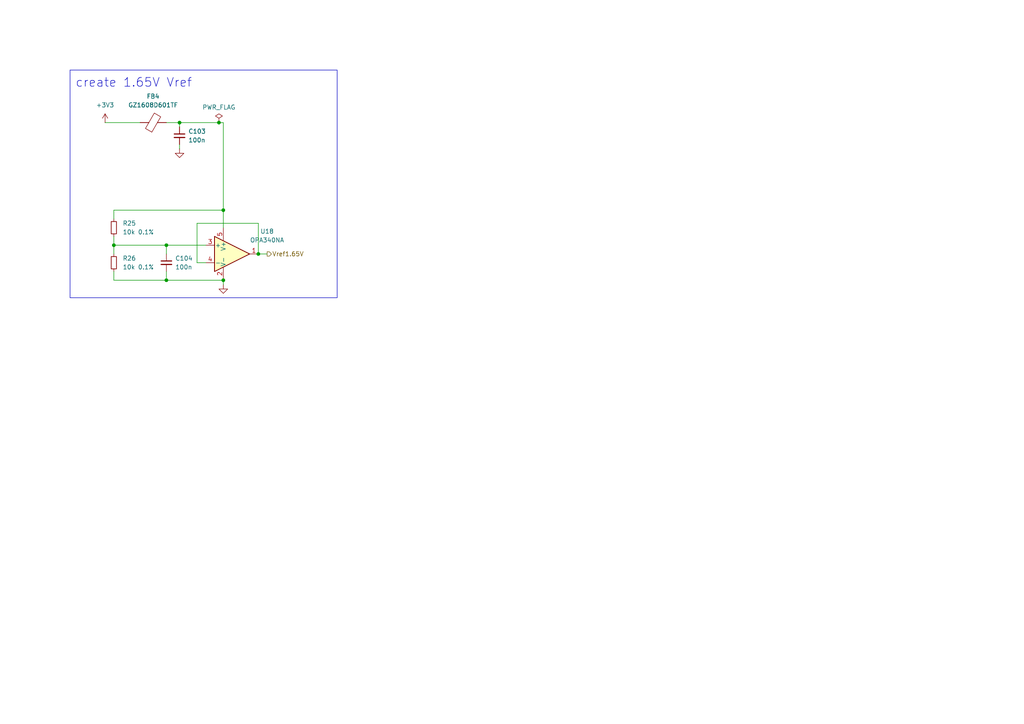
<source format=kicad_sch>
(kicad_sch (version 20231120) (generator "eeschema") (generator_version "8.0")
  (paper "A4")
  (title_block (title "INV_MainBoard_TI") (date "2025-02-28") (rev "1.3") (company "NTURacing Team") (comment 1 "郭哲明 Jack Kuo") (comment 2 "Powertrain Group"))
  (lib_symbols
    (symbol "Amplifier_Operational:OPA340NA" (pin_names (offset 0.127))
      (property "Reference" "U" (at -1.27 6.35 0))
      (property "Value" "OPA340NA" (at -1.27 3.81 0))
      (symbol "OPA340NA_0_1"
        (polyline (pts (xy -5.08 5.08) (xy 5.08 0) (xy -5.08 -5.08) (xy -5.08 5.08)) (stroke (width 0.254)) (fill (type background)))
        (pin power_in line (at -2.54 -7.62 90) (length 3.81) (name "V-") (number "2"))
        (pin power_in line (at -2.54 7.62 270) (length 3.81) (name "V+") (number "5"))
      )
      (symbol "OPA340NA_1_1"
        (pin output line (at 7.62 0 180) (length 2.54) (name "~") (number "1"))
        (pin input line (at -7.62 2.54 0) (length 2.54) (name "+") (number "3"))
        (pin input line (at -7.62 -2.54 0) (length 2.54) (name "-") (number "4"))
      )
    )
    (symbol "Device:C_Small" (pin_numbers hide) (pin_names (offset 0.254) hide)
      (property "Reference" "C" (at 0.254 1.778 0))
      (property "Value" "C_Small" (at 0.254 -2.032 0))
      (symbol "C_Small_0_1"
        (polyline (pts (xy -1.524 -0.508) (xy 1.524 -0.508)) (stroke (width 0.3302)))
        (polyline (pts (xy -1.524 0.508) (xy 1.524 0.508)) (stroke (width 0.3048)))
      )
      (symbol "C_Small_1_1"
        (pin passive line (at 0 2.54 270) (length 2.032) (name "~") (number "1"))
        (pin passive line (at 0 -2.54 90) (length 2.032) (name "~") (number "2"))
      )
    )
    (symbol "Device:FerriteBead" (pin_numbers hide) (pin_names (offset 0))
      (property "Reference" "FB" (at -3.81 0.635 90))
      (property "Value" "FerriteBead" (at 3.81 0 90))
      (symbol "FerriteBead_0_1"
        (polyline (pts (xy 0 -1.27) (xy 0 -1.2192)))
        (polyline (pts (xy 0 1.27) (xy 0 1.2954)))
        (polyline (pts (xy -2.7686 0.4064) (xy -1.7018 2.2606) (xy 2.7686 -0.3048) (xy 1.6764 -2.159) (xy -2.7686 0.4064)))
      )
      (symbol "FerriteBead_1_1"
        (pin passive line (at 0 3.81 270) (length 2.54) (name "~") (number "1"))
        (pin passive line (at 0 -3.81 90) (length 2.54) (name "~") (number "2"))
      )
    )
    (symbol "Device:R_Small" (pin_numbers hide) (pin_names (offset 0.254) hide)
      (property "Reference" "R" (at 0.762 0.508 0))
      (property "Value" "R_Small" (at 0.762 -1.016 0))
      (symbol "R_Small_0_1"
        (rectangle (start -0.762 1.778) (end 0.762 -1.778) (stroke (width 0.2032)))
      )
      (symbol "R_Small_1_1"
        (pin passive line (at 0 2.54 270) (length 0.762) (name "~") (number "1"))
        (pin passive line (at 0 -2.54 90) (length 0.762) (name "~") (number "2"))
      )
    )
    (symbol "power:+3V3" (power) (pin_numbers hide) (pin_names (offset 0) hide)
      (property "Value" "+3V3" (at 0 3.556 0))
      (symbol "+3V3_0_1"
        (polyline (pts (xy -0.762 1.27) (xy 0 2.54)))
        (polyline (pts (xy 0 0) (xy 0 2.54)))
        (polyline (pts (xy 0 2.54) (xy 0.762 1.27)))
      )
      (symbol "+3V3_1_1"
        (pin power_in line (at 0 0 90) (length 0) (name "~") (number "1"))
      )
    )
    (symbol "power:GND" (power) (pin_numbers hide) (pin_names (offset 0) hide)
      (property "Value" "GND" (at 0 -3.81 0))
      (symbol "GND_0_1"
        (polyline (pts (xy 0 0) (xy 0 -1.27) (xy 1.27 -1.27) (xy 0 -2.54) (xy -1.27 -1.27) (xy 0 -1.27)))
      )
      (symbol "GND_1_1"
        (pin power_in line (at 0 0 270) (length 0) (name "~") (number "1"))
      )
    )
    (symbol "power:PWR_FLAG" (power) (pin_numbers hide) (pin_names (offset 0) hide)
      (property "Value" "PWR_FLAG" (at 0 3.81 0))
      (symbol "PWR_FLAG_0_0"
        (pin power_out line (at 0 0 90) (length 0) (name "~") (number "1"))
      )
      (symbol "PWR_FLAG_0_1"
        (polyline (pts (xy 0 0) (xy 0 1.27) (xy -1.016 1.905) (xy 0 2.54) (xy 1.016 1.905) (xy 0 1.27)))
      )
    )
  )
  (junction (at 74.93 73.66))
  (junction (at 52.07 35.56))
  (junction (at 48.26 81.28))
  (junction (at 64.77 81.28))
  (junction (at 64.77 60.96))
  (junction (at 33.02 71.12))
  (junction (at 63.5 35.56))
  (junction (at 48.26 71.12))
  (wire (pts (xy 48.26 81.28) (xy 48.26 78.74)))
  (wire (pts (xy 33.02 71.12) (xy 33.02 73.66)))
  (wire (pts (xy 33.02 60.96) (xy 33.02 63.5)))
  (wire (pts (xy 33.02 81.28) (xy 48.26 81.28)))
  (wire (pts (xy 52.07 43.18) (xy 52.07 41.91)))
  (wire (pts (xy 52.07 35.56) (xy 63.5 35.56)))
  (wire (pts (xy 33.02 68.58) (xy 33.02 71.12)))
  (wire (pts (xy 64.77 60.96) (xy 64.77 66.04)))
  (wire (pts (xy 63.5 35.56) (xy 64.77 35.56)))
  (wire (pts (xy 59.69 76.2) (xy 57.15 76.2)))
  (wire (pts (xy 57.15 64.77) (xy 74.93 64.77)))
  (wire (pts (xy 33.02 81.28) (xy 33.02 78.74)))
  (wire (pts (xy 33.02 60.96) (xy 64.77 60.96)))
  (wire (pts (xy 33.02 71.12) (xy 48.26 71.12)))
  (wire (pts (xy 48.26 81.28) (xy 64.77 81.28)))
  (wire (pts (xy 52.07 36.83) (xy 52.07 35.56)))
  (wire (pts (xy 64.77 82.55) (xy 64.77 81.28)))
  (wire (pts (xy 57.15 76.2) (xy 57.15 64.77)))
  (wire (pts (xy 30.48 35.56) (xy 40.64 35.56)))
  (wire (pts (xy 74.93 64.77) (xy 74.93 73.66)))
  (wire (pts (xy 74.93 73.66) (xy 77.47 73.66)))
  (wire (pts (xy 64.77 35.56) (xy 64.77 60.96)))
  (wire (pts (xy 48.26 35.56) (xy 52.07 35.56)))
  (wire (pts (xy 48.26 71.12) (xy 59.69 71.12)))
  (wire (pts (xy 48.26 71.12) (xy 48.26 73.66)))
  (rectangle (start 20.32 20.32) (end 97.79 86.36))
  (text "create 1.65V Vref" (at 21.844 22.606 0) (effects (font (size 2.54 2.54)) (justify left top)))
  (hierarchical_label "Vref1.65V" (shape output) (at 77.47 73.66 0))
  (symbol (lib_id "power:PWR_FLAG") (at 63.5 35.56 0) (mirror y) (unit 1)
    (property "Reference" "#FLG09" (effects (hide yes)))
    (property "Value" "PWR_FLAG" (at 63.5 31.115 0))
    (property "Description" "Special symbol for telling ERC where power comes from" (effects (hide yes)))
  )
  (symbol (lib_id "Device:R_Small") (at 33.02 76.2 0) (unit 1)
    (property "Reference" "R26" (at 35.56 74.9299 0) (effects (justify left)))
    (property "Value" "10k 0.1%" (at 35.56 77.4699 0) (effects (justify left)))
    (property "Footprint" "Resistor_SMD:R_0402_1005Metric" (effects (hide yes)))
    (property "Description" "Resistor, small symbol" (effects (hide yes)))
  )
  (symbol (lib_id "power:GND") (at 64.77 82.55 0) (unit 1)
    (property "Reference" "#PWR098" (effects (hide yes)))
    (property "Value" "GND" (effects (hide yes)))
    (property "Description" "Power symbol creates a global label with name \"GND\" , ground" (effects (hide yes)))
  )
  (symbol (lib_id "Device:C_Small") (at 48.26 76.2 0) (unit 1)
    (property "Reference" "C104" (at 50.8 74.9363 0) (effects (justify left)))
    (property "Value" "100n" (at 50.8 77.4763 0) (effects (justify left)))
    (property "Footprint" "Capacitor_SMD:C_0402_1005Metric" (effects (hide yes)))
    (property "Description" "Unpolarized capacitor, small symbol" (effects (hide yes)))
  )
  (symbol (lib_id "power:+3V3") (at 30.48 35.56 0) (unit 1)
    (property "Reference" "#PWR095" (effects (hide yes)))
    (property "Value" "+3V3" (at 30.48 30.48 0))
    (property "Description" "Power symbol creates a global label with name \"+3V3\"" (effects (hide yes)))
  )
  (symbol (lib_id "Device:C_Small") (at 52.07 39.37 0) (unit 1)
    (property "Reference" "C103" (at 54.61 38.1063 0) (effects (justify left)))
    (property "Value" "100n" (at 54.61 40.6463 0) (effects (justify left)))
    (property "Footprint" "Capacitor_SMD:C_0402_1005Metric" (effects (hide yes)))
    (property "Description" "Unpolarized capacitor, small symbol" (effects (hide yes)))
  )
  (symbol (lib_id "power:GND") (at 52.07 43.18 0) (unit 1)
    (property "Reference" "#PWR096" (effects (hide yes)))
    (property "Value" "GND" (effects (hide yes)))
    (property "Description" "Power symbol creates a global label with name \"GND\" , ground" (effects (hide yes)))
  )
  (symbol (lib_id "Amplifier_Operational:OPA340NA") (at 67.31 73.66 0) (unit 1)
    (property "Reference" "U18" (at 77.47 67.1027 0))
    (property "Value" "OPA340NA" (at 77.47 69.6427 0))
    (property "Footprint" "Package_TO_SOT_SMD:SOT-23-5" (effects (hide yes)))
    (property "Datasheet" "http://www.ti.com/lit/ds/symlink/opa340.pdf" (effects (hide yes)))
    (property "Description" "Single Single-Supply, Rail-to-Rail Operational Amplifier, MicroAmplifier Series, SOT-23-5" (effects (hide yes)))
  )
  (symbol (lib_id "Device:FerriteBead") (at 44.45 35.56 90) (unit 1)
    (property "Reference" "FB4" (at 44.3992 27.94 90))
    (property "Value" "GZ1608D601TF" (at 44.3992 30.48 90))
    (property "Footprint" "Capacitor_SMD:C_0603_1608Metric" (effects (hide yes)))
    (property "Description" "Ferrite bead" (effects (hide yes)))
  )
  (symbol (lib_id "Device:R_Small") (at 33.02 66.04 0) (unit 1)
    (property "Reference" "R25" (at 35.56 64.7699 0) (effects (justify left)))
    (property "Value" "10k 0.1%" (at 35.56 67.3099 0) (effects (justify left)))
    (property "Footprint" "Resistor_SMD:R_0402_1005Metric" (effects (hide yes)))
    (property "Description" "Resistor, small symbol" (effects (hide yes)))
  )
)
</source>
